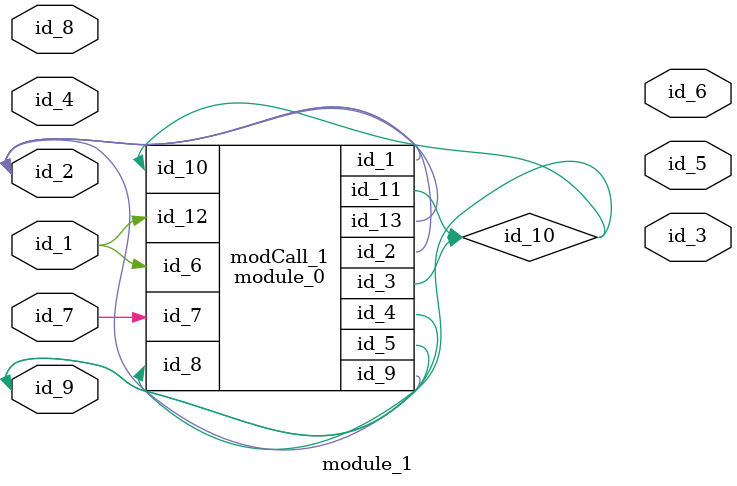
<source format=v>
module module_0 (
    id_1,
    id_2,
    id_3,
    id_4,
    id_5,
    id_6,
    id_7,
    id_8,
    id_9,
    id_10,
    id_11,
    id_12,
    id_13
);
  inout wire id_13;
  input wire id_12;
  output wire id_11;
  input wire id_10;
  inout wire id_9;
  input wire id_8;
  input wire id_7;
  input wire id_6;
  inout wire id_5;
  inout wire id_4;
  inout wire id_3;
  inout wire id_2;
  inout wire id_1;
endmodule
module module_1 (
    id_1,
    id_2,
    id_3,
    id_4,
    id_5,
    id_6,
    id_7,
    id_8,
    id_9
);
  inout wire id_9;
  input wire id_8;
  inout wire id_7;
  output wire id_6;
  output wire id_5;
  input wire id_4;
  output wire id_3;
  inout wire id_2;
  input wire id_1;
  wire id_10;
  module_0 modCall_1 (
      id_2,
      id_2,
      id_10,
      id_9,
      id_9,
      id_1,
      id_7,
      id_10,
      id_2,
      id_10,
      id_10,
      id_1,
      id_2
  );
  wire id_11;
endmodule

</source>
